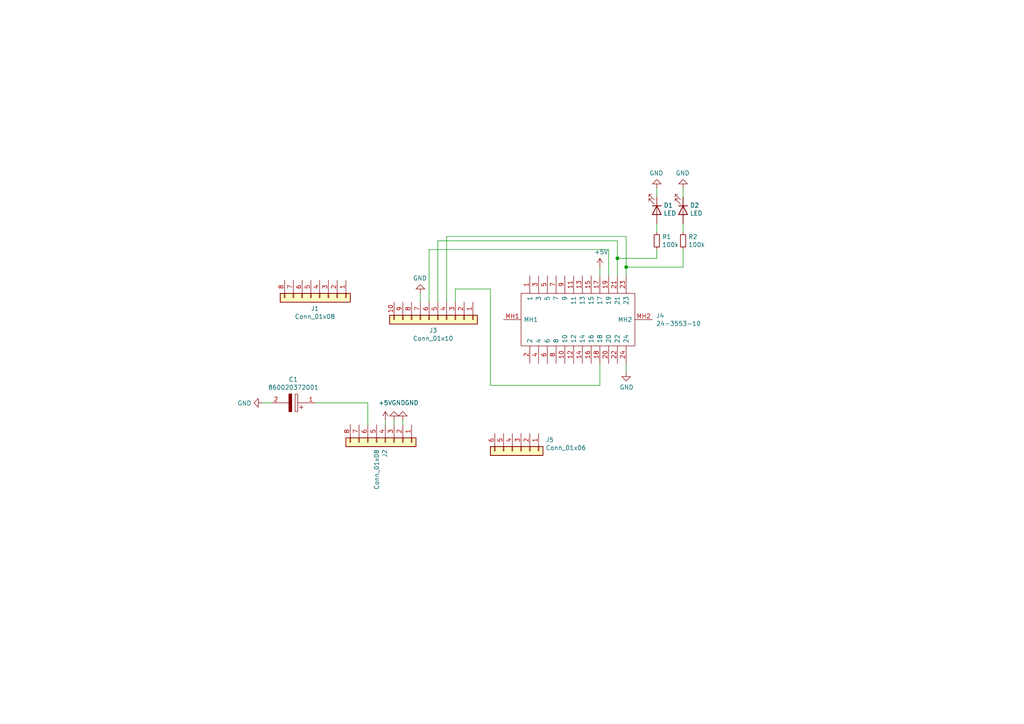
<source format=kicad_sch>
(kicad_sch (version 20211123) (generator eeschema)
  (paper "A4")
  (lib_symbols
    (symbol "Connector_Generic:Conn_01x06" (pin_names (offset 1.016) hide)
      (property "Reference" "J" (at 0 7.62 0))
      (property "Value" "Conn_01x06" (at 0 -10.16 0))
      (symbol "Conn_01x06_1_1"
        (rectangle (start -1.27 -7.493) (end 0 -7.747) (stroke (width 0.1524)))
        (rectangle (start -1.27 -4.953) (end 0 -5.207) (stroke (width 0.1524)))
        (rectangle (start -1.27 -2.413) (end 0 -2.667) (stroke (width 0.1524)))
        (rectangle (start -1.27 0.127) (end 0 -0.127) (stroke (width 0.1524)))
        (rectangle (start -1.27 2.667) (end 0 2.413) (stroke (width 0.1524)))
        (rectangle (start -1.27 5.207) (end 0 4.953) (stroke (width 0.1524)))
        (rectangle (start -1.27 6.35) (end 1.27 -8.89) (stroke (width 0.254)) (fill (type background)))
        (pin passive line (at -5.08 5.08 0) (length 3.81) (name "Pin_1") (number "1"))
        (pin passive line (at -5.08 2.54 0) (length 3.81) (name "Pin_2") (number "2"))
        (pin passive line (at -5.08 0 0) (length 3.81) (name "Pin_3") (number "3"))
        (pin passive line (at -5.08 -2.54 0) (length 3.81) (name "Pin_4") (number "4"))
        (pin passive line (at -5.08 -5.08 0) (length 3.81) (name "Pin_5") (number "5"))
        (pin passive line (at -5.08 -7.62 0) (length 3.81) (name "Pin_6") (number "6"))
      )
    )
    (symbol "Connector_Generic:Conn_01x08" (pin_names (offset 1.016) hide)
      (property "Reference" "J" (at 0 10.16 0))
      (property "Value" "Conn_01x08" (at 0 -12.7 0))
      (symbol "Conn_01x08_1_1"
        (rectangle (start -1.27 -10.033) (end 0 -10.287) (stroke (width 0.1524)))
        (rectangle (start -1.27 -7.493) (end 0 -7.747) (stroke (width 0.1524)))
        (rectangle (start -1.27 -4.953) (end 0 -5.207) (stroke (width 0.1524)))
        (rectangle (start -1.27 -2.413) (end 0 -2.667) (stroke (width 0.1524)))
        (rectangle (start -1.27 0.127) (end 0 -0.127) (stroke (width 0.1524)))
        (rectangle (start -1.27 2.667) (end 0 2.413) (stroke (width 0.1524)))
        (rectangle (start -1.27 5.207) (end 0 4.953) (stroke (width 0.1524)))
        (rectangle (start -1.27 7.747) (end 0 7.493) (stroke (width 0.1524)))
        (rectangle (start -1.27 8.89) (end 1.27 -11.43) (stroke (width 0.254)) (fill (type background)))
        (pin passive line (at -5.08 7.62 0) (length 3.81) (name "Pin_1") (number "1"))
        (pin passive line (at -5.08 5.08 0) (length 3.81) (name "Pin_2") (number "2"))
        (pin passive line (at -5.08 2.54 0) (length 3.81) (name "Pin_3") (number "3"))
        (pin passive line (at -5.08 0 0) (length 3.81) (name "Pin_4") (number "4"))
        (pin passive line (at -5.08 -2.54 0) (length 3.81) (name "Pin_5") (number "5"))
        (pin passive line (at -5.08 -5.08 0) (length 3.81) (name "Pin_6") (number "6"))
        (pin passive line (at -5.08 -7.62 0) (length 3.81) (name "Pin_7") (number "7"))
        (pin passive line (at -5.08 -10.16 0) (length 3.81) (name "Pin_8") (number "8"))
      )
    )
    (symbol "Connector_Generic:Conn_01x10" (pin_names (offset 1.016) hide)
      (property "Reference" "J" (at 0 12.7 0))
      (property "Value" "Conn_01x10" (at 0 -15.24 0))
      (symbol "Conn_01x10_1_1"
        (rectangle (start -1.27 -12.573) (end 0 -12.827) (stroke (width 0.1524)))
        (rectangle (start -1.27 -10.033) (end 0 -10.287) (stroke (width 0.1524)))
        (rectangle (start -1.27 -7.493) (end 0 -7.747) (stroke (width 0.1524)))
        (rectangle (start -1.27 -4.953) (end 0 -5.207) (stroke (width 0.1524)))
        (rectangle (start -1.27 -2.413) (end 0 -2.667) (stroke (width 0.1524)))
        (rectangle (start -1.27 0.127) (end 0 -0.127) (stroke (width 0.1524)))
        (rectangle (start -1.27 2.667) (end 0 2.413) (stroke (width 0.1524)))
        (rectangle (start -1.27 5.207) (end 0 4.953) (stroke (width 0.1524)))
        (rectangle (start -1.27 7.747) (end 0 7.493) (stroke (width 0.1524)))
        (rectangle (start -1.27 10.287) (end 0 10.033) (stroke (width 0.1524)))
        (rectangle (start -1.27 11.43) (end 1.27 -13.97) (stroke (width 0.254)) (fill (type background)))
        (pin passive line (at -5.08 10.16 0) (length 3.81) (name "Pin_1") (number "1"))
        (pin passive line (at -5.08 -12.7 0) (length 3.81) (name "Pin_10") (number "10"))
        (pin passive line (at -5.08 7.62 0) (length 3.81) (name "Pin_2") (number "2"))
        (pin passive line (at -5.08 5.08 0) (length 3.81) (name "Pin_3") (number "3"))
        (pin passive line (at -5.08 2.54 0) (length 3.81) (name "Pin_4") (number "4"))
        (pin passive line (at -5.08 0 0) (length 3.81) (name "Pin_5") (number "5"))
        (pin passive line (at -5.08 -2.54 0) (length 3.81) (name "Pin_6") (number "6"))
        (pin passive line (at -5.08 -5.08 0) (length 3.81) (name "Pin_7") (number "7"))
        (pin passive line (at -5.08 -7.62 0) (length 3.81) (name "Pin_8") (number "8"))
        (pin passive line (at -5.08 -10.16 0) (length 3.81) (name "Pin_9") (number "9"))
      )
    )
    (symbol "Device:LED" (pin_numbers hide) (pin_names (offset 1.016) hide)
      (property "Reference" "D" (at 0 2.54 0))
      (property "Value" "LED" (at 0 -2.54 0))
      (symbol "LED_0_1"
        (polyline (pts (xy -1.27 -1.27) (xy -1.27 1.27)) (stroke (width 0.254)))
        (polyline (pts (xy -1.27 0) (xy 1.27 0)))
        (polyline (pts (xy 1.27 -1.27) (xy 1.27 1.27) (xy -1.27 0) (xy 1.27 -1.27)) (stroke (width 0.254)))
        (polyline (pts (xy -3.048 -0.762) (xy -4.572 -2.286) (xy -3.81 -2.286) (xy -4.572 -2.286) (xy -4.572 -1.524)))
        (polyline (pts (xy -1.778 -0.762) (xy -3.302 -2.286) (xy -2.54 -2.286) (xy -3.302 -2.286) (xy -3.302 -1.524)))
      )
      (symbol "LED_1_1"
        (pin passive line (at -3.81 0 0) (length 2.54) (name "K") (number "1"))
        (pin passive line (at 3.81 0 180) (length 2.54) (name "A") (number "2"))
      )
    )
    (symbol "Device:R_Small" (pin_numbers hide) (pin_names (offset 0.254) hide)
      (property "Reference" "R" (at 0.762 0.508 0))
      (property "Value" "R_Small" (at 0.762 -1.016 0))
      (symbol "R_Small_0_1"
        (rectangle (start -0.762 1.778) (end 0.762 -1.778) (stroke (width 0.2032)))
      )
      (symbol "R_Small_1_1"
        (pin passive line (at 0 2.54 270) (length 0.762) (name "~") (number "1"))
        (pin passive line (at 0 -2.54 90) (length 0.762) (name "~") (number "2"))
      )
    )
    (symbol "avr_programmer-rescue:24-3553-10-24-3553-10" (pin_names (offset 0.762))
      (property "Reference" "J" (at 39.37 12.7 0))
      (property "Value" "24-3553-10-24-3553-10" (at 39.37 10.16 0))
      (symbol "24-3553-10-24-3553-10_0_0"
        (pin passive line (at 7.62 12.7 270) (length 5.08) (name "1") (number "1"))
        (pin passive line (at 17.78 -12.7 90) (length 5.08) (name "10") (number "10"))
        (pin passive line (at 20.32 12.7 270) (length 5.08) (name "11") (number "11"))
        (pin passive line (at 20.32 -12.7 90) (length 5.08) (name "12") (number "12"))
        (pin passive line (at 22.86 12.7 270) (length 5.08) (name "13") (number "13"))
        (pin passive line (at 22.86 -12.7 90) (length 5.08) (name "14") (number "14"))
        (pin passive line (at 25.4 12.7 270) (length 5.08) (name "15") (number "15"))
        (pin passive line (at 25.4 -12.7 90) (length 5.08) (name "16") (number "16"))
        (pin passive line (at 27.94 12.7 270) (length 5.08) (name "17") (number "17"))
        (pin passive line (at 27.94 -12.7 90) (length 5.08) (name "18") (number "18"))
        (pin passive line (at 30.48 12.7 270) (length 5.08) (name "19") (number "19"))
        (pin passive line (at 7.62 -12.7 90) (length 5.08) (name "2") (number "2"))
        (pin passive line (at 30.48 -12.7 90) (length 5.08) (name "20") (number "20"))
        (pin passive line (at 33.02 12.7 270) (length 5.08) (name "21") (number "21"))
        (pin passive line (at 33.02 -12.7 90) (length 5.08) (name "22") (number "22"))
        (pin passive line (at 35.56 12.7 270) (length 5.08) (name "23") (number "23"))
        (pin passive line (at 35.56 -12.7 90) (length 5.08) (name "24") (number "24"))
        (pin passive line (at 10.16 12.7 270) (length 5.08) (name "3") (number "3"))
        (pin passive line (at 10.16 -12.7 90) (length 5.08) (name "4") (number "4"))
        (pin passive line (at 12.7 12.7 270) (length 5.08) (name "5") (number "5"))
        (pin passive line (at 12.7 -12.7 90) (length 5.08) (name "6") (number "6"))
        (pin passive line (at 15.24 12.7 270) (length 5.08) (name "7") (number "7"))
        (pin passive line (at 15.24 -12.7 90) (length 5.08) (name "8") (number "8"))
        (pin passive line (at 17.78 12.7 270) (length 5.08) (name "9") (number "9"))
        (pin passive line (at 0 0 0) (length 5.08) (name "MH1") (number "MH1"))
        (pin passive line (at 43.18 0 180) (length 5.08) (name "MH2") (number "MH2"))
      )
      (symbol "24-3553-10-24-3553-10_0_1"
        (polyline (pts (xy 5.08 7.62) (xy 38.1 7.62) (xy 38.1 -7.62) (xy 5.08 -7.62) (xy 5.08 7.62)) (stroke (width 0.1524)))
      )
    )
    (symbol "avr_programmer-rescue:860020372001-860020372001" (pin_names (offset 0.762))
      (property "Reference" "C" (at 8.89 6.35 0))
      (property "Value" "860020372001-860020372001" (at 8.89 3.81 0))
      (symbol "860020372001-860020372001_0_0"
        (pin passive line (at 0 0 0) (length 2.54) (name "~") (number "1"))
        (pin passive line (at 12.7 0 180) (length 2.54) (name "~") (number "2"))
      )
      (symbol "860020372001-860020372001_0_1"
        (polyline (pts (xy 2.54 0) (xy 5.08 0)) (stroke (width 0.1524)))
        (polyline (pts (xy 4.064 1.778) (xy 4.064 0.762)) (stroke (width 0.1524)))
        (polyline (pts (xy 4.572 1.27) (xy 3.556 1.27)) (stroke (width 0.1524)))
        (polyline (pts (xy 7.62 0) (xy 10.16 0)) (stroke (width 0.1524)))
        (polyline (pts (xy 5.08 2.54) (xy 5.08 -2.54) (xy 5.842 -2.54) (xy 5.842 2.54) (xy 5.08 2.54)) (stroke (width 0.1524)))
        (polyline (pts (xy 7.62 2.54) (xy 7.62 -2.54) (xy 6.858 -2.54) (xy 6.858 2.54) (xy 7.62 2.54)) (stroke (width 0.254)) (fill (type outline)))
      )
    )
    (symbol "power:+5V" (power) (pin_names (offset 0))
      (property "Value" "+5V" (at 0 3.556 0))
      (symbol "+5V_0_1"
        (polyline (pts (xy -0.762 1.27) (xy 0 2.54)))
        (polyline (pts (xy 0 0) (xy 0 2.54)))
        (polyline (pts (xy 0 2.54) (xy 0.762 1.27)))
      )
      (symbol "+5V_1_1"
        (pin power_in line (at 0 0 90) (length 0) hide (name "+5V") (number "1"))
      )
    )
    (symbol "power:GND" (power) (pin_names (offset 0))
      (property "Value" "GND" (at 0 -3.81 0))
      (symbol "GND_0_1"
        (polyline (pts (xy 0 0) (xy 0 -1.27) (xy 1.27 -1.27) (xy 0 -2.54) (xy -1.27 -1.27) (xy 0 -1.27)))
      )
      (symbol "GND_1_1"
        (pin power_in line (at 0 0 270) (length 0) hide (name "GND") (number "1"))
      )
    )
  )
  (junction (at 179.07 74.93))
  (junction (at 181.61 77.47))
  (wire (pts (xy 198.12 54.61) (xy 198.12 57.15)))
  (wire (pts (xy 173.99 111.76) (xy 173.99 105.41)))
  (wire (pts (xy 179.07 69.85) (xy 179.07 74.93)))
  (wire (pts (xy 116.84 121.92) (xy 116.84 123.19)))
  (wire (pts (xy 114.3 121.92) (xy 114.3 123.19)))
  (wire (pts (xy 181.61 77.47) (xy 181.61 80.01)))
  (wire (pts (xy 198.12 64.77) (xy 198.12 67.31)))
  (wire (pts (xy 132.08 87.63) (xy 132.08 83.82)))
  (wire (pts (xy 198.12 77.47) (xy 181.61 77.47)))
  (wire (pts (xy 173.99 77.47) (xy 173.99 80.01)))
  (wire (pts (xy 142.24 111.76) (xy 173.99 111.76)))
  (wire (pts (xy 181.61 107.95) (xy 181.61 105.41)))
  (wire (pts (xy 190.5 57.15) (xy 190.5 54.61)))
  (wire (pts (xy 176.53 72.39) (xy 176.53 80.01)))
  (wire (pts (xy 106.68 116.84) (xy 91.44 116.84)))
  (wire (pts (xy 111.76 121.92) (xy 111.76 123.19)))
  (wire (pts (xy 124.46 72.39) (xy 176.53 72.39)))
  (wire (pts (xy 121.92 85.09) (xy 121.92 87.63)))
  (wire (pts (xy 190.5 64.77) (xy 190.5 67.31)))
  (wire (pts (xy 142.24 83.82) (xy 142.24 111.76)))
  (wire (pts (xy 132.08 83.82) (xy 142.24 83.82)))
  (wire (pts (xy 179.07 74.93) (xy 179.07 80.01)))
  (wire (pts (xy 106.68 123.19) (xy 106.68 116.84)))
  (wire (pts (xy 198.12 72.39) (xy 198.12 77.47)))
  (wire (pts (xy 129.54 68.58) (xy 181.61 68.58)))
  (wire (pts (xy 127 87.63) (xy 127 69.85)))
  (wire (pts (xy 181.61 68.58) (xy 181.61 77.47)))
  (wire (pts (xy 76.2 116.84) (xy 78.74 116.84)))
  (wire (pts (xy 190.5 72.39) (xy 190.5 74.93)))
  (wire (pts (xy 124.46 72.39) (xy 124.46 87.63)))
  (wire (pts (xy 127 69.85) (xy 179.07 69.85)))
  (wire (pts (xy 190.5 74.93) (xy 179.07 74.93)))
  (wire (pts (xy 129.54 87.63) (xy 129.54 68.58)))
  (symbol (lib_id "Connector_Generic:Conn_01x08") (at 111.76 128.27 270) (unit 1)
    (property "Reference" "J2" (at 111.5568 130.302 0) (effects (justify left)))
    (property "Value" "Conn_01x08" (at 109.2454 130.302 0) (effects (justify left)))
    (property "Footprint" "Connector_PinHeader_2.54mm:PinHeader_1x08_P2.54mm_Vertical" (effects hide))
  )
  (symbol (lib_id "avr_programmer-rescue:24-3553-10-24-3553-10") (at 146.05 92.71 0) (unit 1)
    (property "Reference" "J4" (at 190.2714 91.5416 0) (effects (justify left)))
    (property "Value" "24-3553-10" (at 190.2714 93.853 0) (effects (justify left)))
    (property "Footprint" "24-3553-10:24355310" (effects hide))
    (property "Description" "IC & Component Sockets DIP TEST SCKT TIN 24 PINS" (effects hide))
    (property "Height" "23.88" (effects hide))
    (property "Mouser Part Number" "535-24-3553-10" (effects hide))
    (property "Mouser Price/Stock" "https://www.mouser.co.uk/ProductDetail/Aries-Electronics/24-3553-10/?qs=NcOKNhnEP%252BBz%252B2j0p6j9bg%3D%3D" (effects hide))
    (property "Manufacturer_Name" "ARIES" (effects hide))
    (property "Manufacturer_Part_Number" "24-3553-10" (effects hide))
  )
  (symbol (lib_id "Device:LED") (at 198.12 60.96 270) (unit 1)
    (property "Reference" "D2" (at 200.1012 59.563 90) (effects (justify left)))
    (property "Value" "LED" (at 200.1012 61.8744 90) (effects (justify left)))
    (property "Footprint" "LTL-4232:LTL4232" (effects hide))
  )
  (symbol (lib_id "Device:R_Small") (at 198.12 69.85 0) (unit 1)
    (property "Reference" "R2" (at 199.6186 68.6816 0) (effects (justify left)))
    (property "Value" "100k" (at 199.6186 70.993 0) (effects (justify left)))
    (property "Footprint" "CFR-12JR-52-300R:RESAD1100W50L340D190" (effects hide))
  )
  (symbol (lib_id "power:GND") (at 121.92 85.09 180) (unit 1)
    (property "Reference" "#PWR0105" (effects hide))
    (property "Value" "GND" (at 121.793 80.6958 0))
  )
  (symbol (lib_id "Device:R_Small") (at 190.5 69.85 0) (unit 1)
    (property "Reference" "R1" (at 191.9986 68.6816 0) (effects (justify left)))
    (property "Value" "100k" (at 191.9986 70.993 0) (effects (justify left)))
    (property "Footprint" "CFR-12JR-52-300R:RESAD1100W50L340D190" (effects hide))
  )
  (symbol (lib_id "power:GND") (at 181.61 107.95 0) (unit 1)
    (property "Reference" "#PWR0101" (effects hide))
    (property "Value" "GND" (at 181.737 112.3442 0))
  )
  (symbol (lib_id "power:GND") (at 114.3 121.92 180) (unit 1)
    (property "Reference" "#PWR0108" (effects hide))
    (property "Value" "GND" (at 115.57 116.84 0))
  )
  (symbol (lib_id "power:+5V") (at 111.76 121.92 0) (unit 1)
    (property "Reference" "#PWR0109" (effects hide))
    (property "Value" "+5V" (at 111.76 116.84 0))
  )
  (symbol (lib_id "power:GND") (at 190.5 54.61 180) (unit 1)
    (property "Reference" "#PWR0103" (effects hide))
    (property "Value" "GND" (at 190.373 50.2158 0))
  )
  (symbol (lib_id "power:GND") (at 198.12 54.61 180) (unit 1)
    (property "Reference" "#PWR0104" (effects hide))
    (property "Value" "GND" (at 197.993 50.2158 0))
  )
  (symbol (lib_id "power:+5V") (at 173.99 77.47 0) (unit 1)
    (property "Reference" "#PWR0102" (effects hide))
    (property "Value" "+5V" (at 174.371 73.0758 0))
  )
  (symbol (lib_id "Connector_Generic:Conn_01x06") (at 151.13 130.81 270) (unit 1)
    (property "Reference" "J5" (at 158.242 127.5842 90) (effects (justify left)))
    (property "Value" "Conn_01x06" (at 158.242 129.8956 90) (effects (justify left)))
    (property "Footprint" "Connector_PinHeader_2.54mm:PinHeader_1x06_P2.54mm_Vertical" (effects hide))
  )
  (symbol (lib_id "Device:LED") (at 190.5 60.96 270) (unit 1)
    (property "Reference" "D1" (at 192.4812 59.563 90) (effects (justify left)))
    (property "Value" "LED" (at 192.4812 61.8744 90) (effects (justify left)))
    (property "Footprint" "LTL-4232:LTL4232" (effects hide))
  )
  (symbol (lib_id "Connector_Generic:Conn_01x08") (at 92.71 86.36 270) (unit 1)
    (property "Reference" "J1" (at 91.3384 89.5096 90))
    (property "Value" "Conn_01x08" (at 91.3384 91.821 90))
    (property "Footprint" "Connector_PinHeader_2.54mm:PinHeader_1x08_P2.54mm_Vertical" (effects hide))
  )
  (symbol (lib_id "Connector_Generic:Conn_01x10") (at 127 92.71 270) (unit 1)
    (property "Reference" "J3" (at 125.6284 95.8596 90))
    (property "Value" "Conn_01x10" (at 125.6284 98.171 90))
    (property "Footprint" "Connector_PinHeader_2.54mm:PinHeader_1x10_P2.54mm_Vertical" (effects hide))
  )
  (symbol (lib_id "avr_programmer-rescue:860020372001-860020372001") (at 91.44 116.84 180) (unit 1)
    (property "Reference" "C1" (at 85.09 110.0582 0))
    (property "Value" "860020372001" (at 85.09 112.3696 0))
    (property "Footprint" "860020372001:CAPPRD200W52D500H1250" (effects hide))
    (property "Datasheet" "https://componentsearchengine.com/Datasheets/2/860020372001.pdf" (effects hide))
    (property "Description" "Wurth Elektronik 10uF 16 V dc Aluminium Electrolytic Capacitor, WCAP-ATG5 Series 2000h 5 (Dia.) x 11mm" (effects hide))
    (property "Height" "12.5" (effects hide))
    (property "Mouser Part Number" "710-860020372001" (effects hide))
    (property "Mouser Price/Stock" "https://www.mouser.co.uk/ProductDetail/Wurth-Elektronik/860020372001/?qs=0KOYDY2FL29%252BVViR3Jk7LQ%3D%3D" (effects hide))
    (property "Manufacturer_Name" "Wurth Elektronik" (effects hide))
    (property "Manufacturer_Part_Number" "860020372001" (effects hide))
  )
  (symbol (lib_id "power:GND") (at 116.84 121.92 180) (unit 1)
    (property "Reference" "#PWR0107" (effects hide))
    (property "Value" "GND" (at 119.38 116.84 0))
  )
  (symbol (lib_id "power:GND") (at 76.2 116.84 270) (unit 1)
    (property "Reference" "#PWR0106" (effects hide))
    (property "Value" "GND" (at 72.9488 116.967 90) (effects (justify right)))
  )
)
</source>
